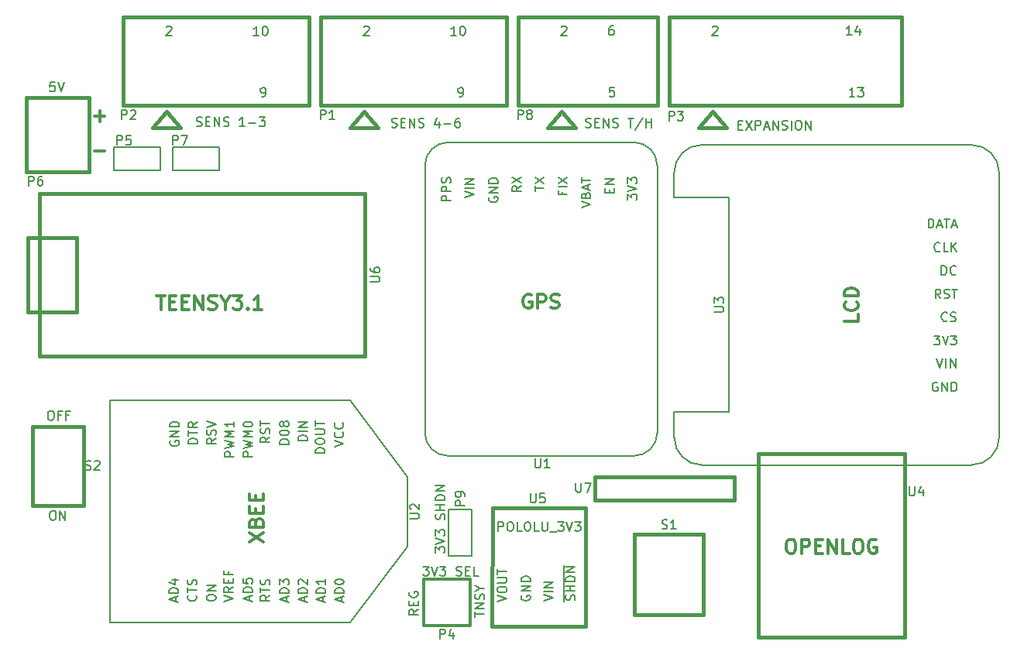
<source format=gto>
G04 (created by PCBNEW (2013-jul-07)-stable) date Mon 24 Nov 2014 01:20:38 PM PST*
%MOIN*%
G04 Gerber Fmt 3.4, Leading zero omitted, Abs format*
%FSLAX34Y34*%
G01*
G70*
G90*
G04 APERTURE LIST*
%ADD10C,0.00590551*%
%ADD11C,0.008*%
%ADD12C,0.012*%
%ADD13C,0.015*%
%ADD14C,0.006*%
G04 APERTURE END LIST*
G54D10*
G54D11*
X11571Y-13411D02*
X11380Y-13411D01*
X11361Y-13602D01*
X11380Y-13583D01*
X11419Y-13564D01*
X11514Y-13564D01*
X11552Y-13583D01*
X11571Y-13602D01*
X11590Y-13640D01*
X11590Y-13735D01*
X11571Y-13773D01*
X11552Y-13792D01*
X11514Y-13811D01*
X11419Y-13811D01*
X11380Y-13792D01*
X11361Y-13773D01*
X11704Y-13411D02*
X11838Y-13811D01*
X11971Y-13411D01*
X29661Y-36435D02*
X29661Y-36207D01*
X30061Y-36321D02*
X29661Y-36321D01*
X30061Y-36073D02*
X29661Y-36073D01*
X30061Y-35845D01*
X29661Y-35845D01*
X30042Y-35673D02*
X30061Y-35616D01*
X30061Y-35521D01*
X30042Y-35483D01*
X30023Y-35464D01*
X29985Y-35445D01*
X29947Y-35445D01*
X29909Y-35464D01*
X29890Y-35483D01*
X29871Y-35521D01*
X29852Y-35597D01*
X29833Y-35635D01*
X29814Y-35654D01*
X29776Y-35673D01*
X29738Y-35673D01*
X29700Y-35654D01*
X29680Y-35635D01*
X29661Y-35597D01*
X29661Y-35502D01*
X29680Y-35445D01*
X29871Y-35197D02*
X30061Y-35197D01*
X29661Y-35330D02*
X29871Y-35197D01*
X29661Y-35064D01*
X27211Y-36107D02*
X27021Y-36240D01*
X27211Y-36335D02*
X26811Y-36335D01*
X26811Y-36183D01*
X26830Y-36145D01*
X26850Y-36126D01*
X26888Y-36107D01*
X26945Y-36107D01*
X26983Y-36126D01*
X27002Y-36145D01*
X27021Y-36183D01*
X27021Y-36335D01*
X27002Y-35935D02*
X27002Y-35802D01*
X27211Y-35745D02*
X27211Y-35935D01*
X26811Y-35935D01*
X26811Y-35745D01*
X26830Y-35364D02*
X26811Y-35402D01*
X26811Y-35459D01*
X26830Y-35516D01*
X26869Y-35554D01*
X26907Y-35573D01*
X26983Y-35592D01*
X27040Y-35592D01*
X27116Y-35573D01*
X27154Y-35554D01*
X27192Y-35516D01*
X27211Y-35459D01*
X27211Y-35421D01*
X27192Y-35364D01*
X27173Y-35345D01*
X27040Y-35345D01*
X27040Y-35421D01*
X27419Y-34261D02*
X27666Y-34261D01*
X27533Y-34414D01*
X27590Y-34414D01*
X27628Y-34433D01*
X27647Y-34452D01*
X27666Y-34490D01*
X27666Y-34585D01*
X27647Y-34623D01*
X27628Y-34642D01*
X27590Y-34661D01*
X27476Y-34661D01*
X27438Y-34642D01*
X27419Y-34623D01*
X27780Y-34261D02*
X27914Y-34661D01*
X28047Y-34261D01*
X28142Y-34261D02*
X28390Y-34261D01*
X28257Y-34414D01*
X28314Y-34414D01*
X28352Y-34433D01*
X28371Y-34452D01*
X28390Y-34490D01*
X28390Y-34585D01*
X28371Y-34623D01*
X28352Y-34642D01*
X28314Y-34661D01*
X28200Y-34661D01*
X28161Y-34642D01*
X28142Y-34623D01*
X28847Y-34642D02*
X28904Y-34661D01*
X29000Y-34661D01*
X29038Y-34642D01*
X29057Y-34623D01*
X29076Y-34585D01*
X29076Y-34547D01*
X29057Y-34509D01*
X29038Y-34490D01*
X29000Y-34471D01*
X28923Y-34452D01*
X28885Y-34433D01*
X28866Y-34414D01*
X28847Y-34376D01*
X28847Y-34338D01*
X28866Y-34300D01*
X28885Y-34280D01*
X28923Y-34261D01*
X29019Y-34261D01*
X29076Y-34280D01*
X29247Y-34452D02*
X29380Y-34452D01*
X29438Y-34661D02*
X29247Y-34661D01*
X29247Y-34261D01*
X29438Y-34261D01*
X29800Y-34661D02*
X29609Y-34661D01*
X29609Y-34261D01*
X27961Y-33657D02*
X27961Y-33409D01*
X28114Y-33542D01*
X28114Y-33485D01*
X28133Y-33447D01*
X28152Y-33428D01*
X28190Y-33409D01*
X28285Y-33409D01*
X28323Y-33428D01*
X28342Y-33447D01*
X28361Y-33485D01*
X28361Y-33599D01*
X28342Y-33638D01*
X28323Y-33657D01*
X27961Y-33295D02*
X28361Y-33161D01*
X27961Y-33028D01*
X27961Y-32933D02*
X27961Y-32685D01*
X28114Y-32819D01*
X28114Y-32761D01*
X28133Y-32723D01*
X28152Y-32704D01*
X28190Y-32685D01*
X28285Y-32685D01*
X28323Y-32704D01*
X28342Y-32723D01*
X28361Y-32761D01*
X28361Y-32876D01*
X28342Y-32914D01*
X28323Y-32933D01*
X28342Y-32228D02*
X28361Y-32171D01*
X28361Y-32076D01*
X28342Y-32038D01*
X28323Y-32019D01*
X28285Y-32000D01*
X28247Y-32000D01*
X28209Y-32019D01*
X28190Y-32038D01*
X28171Y-32076D01*
X28152Y-32152D01*
X28133Y-32190D01*
X28114Y-32209D01*
X28076Y-32228D01*
X28038Y-32228D01*
X28000Y-32209D01*
X27980Y-32190D01*
X27961Y-32152D01*
X27961Y-32057D01*
X27980Y-32000D01*
X28361Y-31828D02*
X27961Y-31828D01*
X28152Y-31828D02*
X28152Y-31600D01*
X28361Y-31600D02*
X27961Y-31600D01*
X28361Y-31409D02*
X27961Y-31409D01*
X27961Y-31314D01*
X27980Y-31257D01*
X28019Y-31219D01*
X28057Y-31200D01*
X28133Y-31180D01*
X28190Y-31180D01*
X28266Y-31200D01*
X28304Y-31219D01*
X28342Y-31257D01*
X28361Y-31314D01*
X28361Y-31409D01*
X28361Y-31009D02*
X27961Y-31009D01*
X28361Y-30780D01*
X27961Y-30780D01*
G54D12*
X13271Y-16364D02*
X13728Y-16364D01*
X13271Y-14864D02*
X13728Y-14864D01*
X13500Y-15092D02*
X13500Y-14635D01*
G54D11*
X40988Y-15252D02*
X41121Y-15252D01*
X41178Y-15461D02*
X40988Y-15461D01*
X40988Y-15061D01*
X41178Y-15061D01*
X41311Y-15061D02*
X41578Y-15461D01*
X41578Y-15061D02*
X41311Y-15461D01*
X41730Y-15461D02*
X41730Y-15061D01*
X41883Y-15061D01*
X41921Y-15080D01*
X41940Y-15100D01*
X41959Y-15138D01*
X41959Y-15195D01*
X41940Y-15233D01*
X41921Y-15252D01*
X41883Y-15271D01*
X41730Y-15271D01*
X42111Y-15347D02*
X42302Y-15347D01*
X42073Y-15461D02*
X42207Y-15061D01*
X42340Y-15461D01*
X42473Y-15461D02*
X42473Y-15061D01*
X42702Y-15461D01*
X42702Y-15061D01*
X42873Y-15442D02*
X42930Y-15461D01*
X43026Y-15461D01*
X43064Y-15442D01*
X43083Y-15423D01*
X43102Y-15385D01*
X43102Y-15347D01*
X43083Y-15309D01*
X43064Y-15290D01*
X43026Y-15271D01*
X42950Y-15252D01*
X42911Y-15233D01*
X42892Y-15214D01*
X42873Y-15176D01*
X42873Y-15138D01*
X42892Y-15100D01*
X42911Y-15080D01*
X42950Y-15061D01*
X43045Y-15061D01*
X43102Y-15080D01*
X43273Y-15461D02*
X43273Y-15061D01*
X43540Y-15061D02*
X43616Y-15061D01*
X43654Y-15080D01*
X43692Y-15119D01*
X43711Y-15195D01*
X43711Y-15328D01*
X43692Y-15404D01*
X43654Y-15442D01*
X43616Y-15461D01*
X43540Y-15461D01*
X43502Y-15442D01*
X43464Y-15404D01*
X43445Y-15328D01*
X43445Y-15195D01*
X43464Y-15119D01*
X43502Y-15080D01*
X43540Y-15061D01*
X43883Y-15461D02*
X43883Y-15061D01*
X44111Y-15461D01*
X44111Y-15061D01*
X34430Y-15342D02*
X34488Y-15361D01*
X34583Y-15361D01*
X34621Y-15342D01*
X34640Y-15323D01*
X34659Y-15285D01*
X34659Y-15247D01*
X34640Y-15209D01*
X34621Y-15190D01*
X34583Y-15171D01*
X34507Y-15152D01*
X34469Y-15133D01*
X34450Y-15114D01*
X34430Y-15076D01*
X34430Y-15038D01*
X34450Y-15000D01*
X34469Y-14980D01*
X34507Y-14961D01*
X34602Y-14961D01*
X34659Y-14980D01*
X34830Y-15152D02*
X34964Y-15152D01*
X35021Y-15361D02*
X34830Y-15361D01*
X34830Y-14961D01*
X35021Y-14961D01*
X35192Y-15361D02*
X35192Y-14961D01*
X35421Y-15361D01*
X35421Y-14961D01*
X35592Y-15342D02*
X35650Y-15361D01*
X35745Y-15361D01*
X35783Y-15342D01*
X35802Y-15323D01*
X35821Y-15285D01*
X35821Y-15247D01*
X35802Y-15209D01*
X35783Y-15190D01*
X35745Y-15171D01*
X35669Y-15152D01*
X35630Y-15133D01*
X35611Y-15114D01*
X35592Y-15076D01*
X35592Y-15038D01*
X35611Y-15000D01*
X35630Y-14980D01*
X35669Y-14961D01*
X35764Y-14961D01*
X35821Y-14980D01*
X36240Y-14961D02*
X36469Y-14961D01*
X36354Y-15361D02*
X36354Y-14961D01*
X36888Y-14942D02*
X36545Y-15457D01*
X37021Y-15361D02*
X37021Y-14961D01*
X37021Y-15152D02*
X37250Y-15152D01*
X37250Y-15361D02*
X37250Y-14961D01*
X26073Y-15342D02*
X26130Y-15361D01*
X26226Y-15361D01*
X26264Y-15342D01*
X26283Y-15323D01*
X26302Y-15285D01*
X26302Y-15247D01*
X26283Y-15209D01*
X26264Y-15190D01*
X26226Y-15171D01*
X26150Y-15152D01*
X26111Y-15133D01*
X26092Y-15114D01*
X26073Y-15076D01*
X26073Y-15038D01*
X26092Y-15000D01*
X26111Y-14980D01*
X26150Y-14961D01*
X26245Y-14961D01*
X26302Y-14980D01*
X26473Y-15152D02*
X26607Y-15152D01*
X26664Y-15361D02*
X26473Y-15361D01*
X26473Y-14961D01*
X26664Y-14961D01*
X26835Y-15361D02*
X26835Y-14961D01*
X27064Y-15361D01*
X27064Y-14961D01*
X27235Y-15342D02*
X27292Y-15361D01*
X27388Y-15361D01*
X27426Y-15342D01*
X27445Y-15323D01*
X27464Y-15285D01*
X27464Y-15247D01*
X27445Y-15209D01*
X27426Y-15190D01*
X27388Y-15171D01*
X27311Y-15152D01*
X27273Y-15133D01*
X27254Y-15114D01*
X27235Y-15076D01*
X27235Y-15038D01*
X27254Y-15000D01*
X27273Y-14980D01*
X27311Y-14961D01*
X27407Y-14961D01*
X27464Y-14980D01*
X28111Y-15095D02*
X28111Y-15361D01*
X28016Y-14942D02*
X27921Y-15228D01*
X28169Y-15228D01*
X28321Y-15209D02*
X28626Y-15209D01*
X28988Y-14961D02*
X28911Y-14961D01*
X28873Y-14980D01*
X28854Y-15000D01*
X28816Y-15057D01*
X28797Y-15133D01*
X28797Y-15285D01*
X28816Y-15323D01*
X28835Y-15342D01*
X28873Y-15361D01*
X28950Y-15361D01*
X28988Y-15342D01*
X29007Y-15323D01*
X29026Y-15285D01*
X29026Y-15190D01*
X29007Y-15152D01*
X28988Y-15133D01*
X28950Y-15114D01*
X28873Y-15114D01*
X28835Y-15133D01*
X28816Y-15152D01*
X28797Y-15190D01*
X17673Y-15292D02*
X17730Y-15311D01*
X17826Y-15311D01*
X17864Y-15292D01*
X17883Y-15273D01*
X17902Y-15235D01*
X17902Y-15197D01*
X17883Y-15159D01*
X17864Y-15140D01*
X17826Y-15121D01*
X17750Y-15102D01*
X17711Y-15083D01*
X17692Y-15064D01*
X17673Y-15026D01*
X17673Y-14988D01*
X17692Y-14950D01*
X17711Y-14930D01*
X17750Y-14911D01*
X17845Y-14911D01*
X17902Y-14930D01*
X18073Y-15102D02*
X18207Y-15102D01*
X18264Y-15311D02*
X18073Y-15311D01*
X18073Y-14911D01*
X18264Y-14911D01*
X18435Y-15311D02*
X18435Y-14911D01*
X18664Y-15311D01*
X18664Y-14911D01*
X18835Y-15292D02*
X18892Y-15311D01*
X18988Y-15311D01*
X19026Y-15292D01*
X19045Y-15273D01*
X19064Y-15235D01*
X19064Y-15197D01*
X19045Y-15159D01*
X19026Y-15140D01*
X18988Y-15121D01*
X18911Y-15102D01*
X18873Y-15083D01*
X18854Y-15064D01*
X18835Y-15026D01*
X18835Y-14988D01*
X18854Y-14950D01*
X18873Y-14930D01*
X18911Y-14911D01*
X19007Y-14911D01*
X19064Y-14930D01*
X19750Y-15311D02*
X19521Y-15311D01*
X19635Y-15311D02*
X19635Y-14911D01*
X19597Y-14969D01*
X19559Y-15007D01*
X19521Y-15026D01*
X19921Y-15159D02*
X20226Y-15159D01*
X20378Y-14911D02*
X20626Y-14911D01*
X20492Y-15064D01*
X20550Y-15064D01*
X20588Y-15083D01*
X20607Y-15102D01*
X20626Y-15140D01*
X20626Y-15235D01*
X20607Y-15273D01*
X20588Y-15292D01*
X20550Y-15311D01*
X20435Y-15311D01*
X20397Y-15292D01*
X20378Y-15273D01*
X11369Y-27561D02*
X11445Y-27561D01*
X11483Y-27580D01*
X11521Y-27619D01*
X11540Y-27695D01*
X11540Y-27828D01*
X11521Y-27904D01*
X11483Y-27942D01*
X11445Y-27961D01*
X11369Y-27961D01*
X11330Y-27942D01*
X11292Y-27904D01*
X11273Y-27828D01*
X11273Y-27695D01*
X11292Y-27619D01*
X11330Y-27580D01*
X11369Y-27561D01*
X11845Y-27752D02*
X11711Y-27752D01*
X11711Y-27961D02*
X11711Y-27561D01*
X11902Y-27561D01*
X12188Y-27752D02*
X12054Y-27752D01*
X12054Y-27961D02*
X12054Y-27561D01*
X12245Y-27561D01*
X11452Y-31861D02*
X11528Y-31861D01*
X11566Y-31880D01*
X11604Y-31919D01*
X11623Y-31995D01*
X11623Y-32128D01*
X11604Y-32204D01*
X11566Y-32242D01*
X11528Y-32261D01*
X11452Y-32261D01*
X11414Y-32242D01*
X11376Y-32204D01*
X11357Y-32128D01*
X11357Y-31995D01*
X11376Y-31919D01*
X11414Y-31880D01*
X11452Y-31861D01*
X11795Y-32261D02*
X11795Y-31861D01*
X12023Y-32261D01*
X12023Y-31861D01*
G54D10*
X26747Y-33396D02*
X24287Y-36683D01*
X24287Y-27116D02*
X26747Y-30403D01*
X26747Y-30403D02*
X26747Y-33396D01*
X13952Y-27116D02*
X24287Y-27116D01*
X13952Y-27116D02*
X13952Y-36683D01*
X13952Y-36683D02*
X24287Y-36683D01*
G54D13*
X10900Y-23300D02*
X12500Y-23300D01*
X12500Y-23300D02*
X12500Y-20100D01*
X12500Y-20100D02*
X10900Y-20100D01*
X10900Y-20100D02*
X10400Y-20100D01*
X10400Y-20100D02*
X10400Y-23300D01*
X10400Y-23300D02*
X10900Y-23300D01*
X10900Y-25200D02*
X24900Y-25200D01*
X24900Y-25200D02*
X24900Y-18200D01*
X24900Y-18200D02*
X10900Y-18200D01*
X10900Y-18200D02*
X10900Y-25200D01*
X34800Y-30400D02*
X34800Y-31400D01*
X34800Y-31400D02*
X40800Y-31400D01*
X40800Y-31400D02*
X40800Y-30400D01*
X40800Y-30400D02*
X34800Y-30400D01*
X34400Y-36850D02*
X34400Y-31750D01*
X30380Y-36850D02*
X30400Y-31750D01*
X34400Y-36850D02*
X30400Y-36850D01*
X34400Y-31750D02*
X30400Y-31750D01*
G54D12*
X29450Y-36800D02*
X27450Y-36800D01*
X27450Y-36800D02*
X27450Y-34800D01*
X27450Y-34800D02*
X29450Y-34800D01*
X29450Y-34800D02*
X29450Y-36800D01*
G54D14*
X16640Y-17200D02*
X16640Y-16200D01*
X16640Y-16200D02*
X18640Y-16200D01*
X18640Y-16200D02*
X18640Y-17200D01*
X18640Y-17200D02*
X16640Y-17200D01*
X16100Y-16200D02*
X16100Y-17200D01*
X16100Y-17200D02*
X14100Y-17200D01*
X14100Y-17200D02*
X14100Y-16200D01*
X14100Y-16200D02*
X16100Y-16200D01*
X28500Y-31800D02*
X29500Y-31800D01*
X29500Y-31800D02*
X29500Y-33800D01*
X29500Y-33800D02*
X28500Y-33800D01*
X28500Y-33800D02*
X28500Y-31800D01*
G54D13*
X41850Y-29400D02*
X48150Y-29400D01*
X41850Y-37300D02*
X48150Y-37300D01*
X48150Y-29400D02*
X48150Y-37250D01*
X48150Y-37250D02*
X48150Y-37300D01*
X41850Y-29400D02*
X41850Y-37300D01*
X39476Y-36324D02*
X39476Y-32879D01*
X36523Y-32879D02*
X36523Y-36324D01*
X36523Y-36324D02*
X39476Y-36324D01*
X36523Y-32879D02*
X39476Y-32879D01*
X11700Y-31650D02*
X12800Y-31650D01*
X12800Y-31650D02*
X12800Y-28250D01*
X12800Y-28250D02*
X10600Y-28250D01*
X10600Y-28250D02*
X10600Y-31650D01*
X10600Y-31650D02*
X11700Y-31650D01*
G54D10*
X28500Y-16000D02*
G75*
G03X27500Y-17000I0J-1000D01*
G74*
G01*
X37500Y-17000D02*
G75*
G03X36500Y-16000I-1000J0D01*
G74*
G01*
X27500Y-28500D02*
G75*
G03X28500Y-29500I1000J0D01*
G74*
G01*
X36500Y-29500D02*
G75*
G03X37500Y-28500I0J1000D01*
G74*
G01*
X36500Y-16000D02*
X28500Y-16000D01*
X36500Y-29500D02*
X28500Y-29500D01*
X27500Y-28500D02*
X27500Y-17000D01*
X37500Y-28500D02*
X37500Y-17000D01*
X40590Y-18380D02*
X40590Y-27620D01*
X38230Y-27620D02*
X40590Y-27620D01*
X38230Y-18380D02*
X40590Y-18380D01*
X39410Y-16110D02*
G75*
G03X38230Y-17290I0J-1180D01*
G74*
G01*
X38230Y-28710D02*
G75*
G03X39410Y-29890I1180J0D01*
G74*
G01*
X38230Y-28710D02*
X38230Y-27620D01*
X38230Y-17290D02*
X38230Y-18380D01*
X51030Y-29890D02*
G75*
G03X52210Y-28710I0J1180D01*
G74*
G01*
X52210Y-17290D02*
G75*
G03X51030Y-16110I-1180J0D01*
G74*
G01*
X52210Y-17290D02*
X52210Y-28710D01*
X51030Y-29890D02*
X39410Y-29890D01*
X51030Y-16110D02*
X39410Y-16110D01*
G54D13*
X48000Y-10600D02*
X46000Y-10600D01*
X48000Y-14400D02*
X46000Y-14400D01*
X48000Y-12500D02*
X48000Y-14400D01*
X48000Y-12500D02*
X48000Y-10600D01*
X38000Y-10600D02*
X46000Y-10600D01*
X46000Y-14400D02*
X38000Y-14400D01*
X38000Y-14400D02*
X38000Y-10600D01*
X39283Y-15374D02*
X40465Y-15374D01*
X39888Y-14661D02*
X39288Y-15361D01*
X40488Y-15360D02*
X39888Y-14660D01*
X14500Y-10600D02*
X22500Y-10600D01*
X22500Y-10600D02*
X22500Y-14400D01*
X22500Y-14400D02*
X14500Y-14400D01*
X14500Y-14400D02*
X14500Y-10600D01*
X15783Y-15374D02*
X16965Y-15374D01*
X16388Y-14661D02*
X15788Y-15361D01*
X16988Y-15360D02*
X16388Y-14660D01*
X23000Y-10600D02*
X31000Y-10600D01*
X31000Y-10600D02*
X31000Y-14400D01*
X31000Y-14400D02*
X23000Y-14400D01*
X23000Y-14400D02*
X23000Y-10600D01*
X24283Y-15374D02*
X25465Y-15374D01*
X24888Y-14661D02*
X24288Y-15361D01*
X25488Y-15360D02*
X24888Y-14660D01*
X31500Y-14400D02*
X37500Y-14400D01*
X31500Y-10600D02*
X37500Y-10600D01*
X37500Y-10600D02*
X37500Y-14400D01*
X31500Y-14400D02*
X31500Y-10600D01*
X32783Y-15374D02*
X33965Y-15374D01*
X33388Y-14661D02*
X32788Y-15361D01*
X33988Y-15360D02*
X33388Y-14660D01*
X13040Y-14080D02*
X10340Y-14080D01*
X10340Y-14080D02*
X10340Y-17280D01*
X10340Y-17280D02*
X13040Y-17280D01*
X13040Y-17280D02*
X13040Y-14080D01*
G54D11*
X26861Y-32204D02*
X27185Y-32204D01*
X27223Y-32185D01*
X27242Y-32166D01*
X27261Y-32128D01*
X27261Y-32052D01*
X27242Y-32014D01*
X27223Y-31995D01*
X27185Y-31976D01*
X26861Y-31976D01*
X26900Y-31804D02*
X26880Y-31785D01*
X26861Y-31747D01*
X26861Y-31652D01*
X26880Y-31614D01*
X26900Y-31595D01*
X26938Y-31576D01*
X26976Y-31576D01*
X27033Y-31595D01*
X27261Y-31823D01*
X27261Y-31576D01*
G54D12*
X19942Y-33192D02*
X20542Y-32792D01*
X19942Y-32792D02*
X20542Y-33192D01*
X20228Y-32364D02*
X20257Y-32278D01*
X20285Y-32249D01*
X20342Y-32221D01*
X20428Y-32221D01*
X20485Y-32249D01*
X20514Y-32278D01*
X20542Y-32335D01*
X20542Y-32564D01*
X19942Y-32564D01*
X19942Y-32364D01*
X19971Y-32307D01*
X20000Y-32278D01*
X20057Y-32249D01*
X20114Y-32249D01*
X20171Y-32278D01*
X20200Y-32307D01*
X20228Y-32364D01*
X20228Y-32564D01*
X20228Y-31964D02*
X20228Y-31764D01*
X20542Y-31678D02*
X20542Y-31964D01*
X19942Y-31964D01*
X19942Y-31678D01*
X20228Y-31421D02*
X20228Y-31221D01*
X20542Y-31135D02*
X20542Y-31421D01*
X19942Y-31421D01*
X19942Y-31135D01*
G54D10*
X16774Y-35763D02*
X16774Y-35576D01*
X16887Y-35801D02*
X16493Y-35670D01*
X16887Y-35538D01*
X16887Y-35407D02*
X16493Y-35407D01*
X16493Y-35313D01*
X16512Y-35257D01*
X16549Y-35220D01*
X16587Y-35201D01*
X16662Y-35182D01*
X16718Y-35182D01*
X16793Y-35201D01*
X16831Y-35220D01*
X16868Y-35257D01*
X16887Y-35313D01*
X16887Y-35407D01*
X16624Y-34845D02*
X16887Y-34845D01*
X16474Y-34938D02*
X16756Y-35032D01*
X16756Y-34789D01*
X17637Y-35501D02*
X17655Y-35520D01*
X17674Y-35576D01*
X17674Y-35613D01*
X17655Y-35670D01*
X17618Y-35707D01*
X17580Y-35726D01*
X17505Y-35745D01*
X17449Y-35745D01*
X17374Y-35726D01*
X17337Y-35707D01*
X17299Y-35670D01*
X17281Y-35613D01*
X17281Y-35576D01*
X17299Y-35520D01*
X17318Y-35501D01*
X17281Y-35388D02*
X17281Y-35163D01*
X17674Y-35276D02*
X17281Y-35276D01*
X17655Y-35051D02*
X17674Y-34995D01*
X17674Y-34901D01*
X17655Y-34864D01*
X17637Y-34845D01*
X17599Y-34826D01*
X17562Y-34826D01*
X17524Y-34845D01*
X17505Y-34864D01*
X17487Y-34901D01*
X17468Y-34976D01*
X17449Y-35013D01*
X17430Y-35032D01*
X17393Y-35051D01*
X17355Y-35051D01*
X17318Y-35032D01*
X17299Y-35013D01*
X17281Y-34976D01*
X17281Y-34882D01*
X17299Y-34826D01*
X18107Y-35647D02*
X18107Y-35572D01*
X18126Y-35535D01*
X18164Y-35497D01*
X18239Y-35478D01*
X18370Y-35478D01*
X18445Y-35497D01*
X18482Y-35535D01*
X18501Y-35572D01*
X18501Y-35647D01*
X18482Y-35685D01*
X18445Y-35722D01*
X18370Y-35741D01*
X18239Y-35741D01*
X18164Y-35722D01*
X18126Y-35685D01*
X18107Y-35647D01*
X18501Y-35310D02*
X18107Y-35310D01*
X18501Y-35085D01*
X18107Y-35085D01*
X18855Y-35763D02*
X19249Y-35632D01*
X18855Y-35501D01*
X19249Y-35145D02*
X19062Y-35276D01*
X19249Y-35370D02*
X18855Y-35370D01*
X18855Y-35220D01*
X18874Y-35182D01*
X18893Y-35163D01*
X18930Y-35145D01*
X18987Y-35145D01*
X19024Y-35163D01*
X19043Y-35182D01*
X19062Y-35220D01*
X19062Y-35370D01*
X19043Y-34976D02*
X19043Y-34845D01*
X19249Y-34789D02*
X19249Y-34976D01*
X18855Y-34976D01*
X18855Y-34789D01*
X19043Y-34489D02*
X19043Y-34620D01*
X19249Y-34620D02*
X18855Y-34620D01*
X18855Y-34432D01*
X19963Y-35724D02*
X19963Y-35537D01*
X20076Y-35762D02*
X19682Y-35630D01*
X20076Y-35499D01*
X20076Y-35368D02*
X19682Y-35368D01*
X19682Y-35274D01*
X19701Y-35218D01*
X19738Y-35180D01*
X19776Y-35162D01*
X19851Y-35143D01*
X19907Y-35143D01*
X19982Y-35162D01*
X20020Y-35180D01*
X20057Y-35218D01*
X20076Y-35274D01*
X20076Y-35368D01*
X19682Y-34787D02*
X19682Y-34974D01*
X19870Y-34993D01*
X19851Y-34974D01*
X19832Y-34937D01*
X19832Y-34843D01*
X19851Y-34805D01*
X19870Y-34787D01*
X19907Y-34768D01*
X20001Y-34768D01*
X20038Y-34787D01*
X20057Y-34805D01*
X20076Y-34843D01*
X20076Y-34937D01*
X20057Y-34974D01*
X20038Y-34993D01*
X20824Y-35501D02*
X20636Y-35632D01*
X20824Y-35726D02*
X20430Y-35726D01*
X20430Y-35576D01*
X20449Y-35538D01*
X20468Y-35520D01*
X20505Y-35501D01*
X20561Y-35501D01*
X20599Y-35520D01*
X20618Y-35538D01*
X20636Y-35576D01*
X20636Y-35726D01*
X20430Y-35388D02*
X20430Y-35163D01*
X20824Y-35276D02*
X20430Y-35276D01*
X20805Y-35051D02*
X20824Y-34995D01*
X20824Y-34901D01*
X20805Y-34864D01*
X20786Y-34845D01*
X20749Y-34826D01*
X20711Y-34826D01*
X20674Y-34845D01*
X20655Y-34864D01*
X20636Y-34901D01*
X20618Y-34976D01*
X20599Y-35013D01*
X20580Y-35032D01*
X20543Y-35051D01*
X20505Y-35051D01*
X20468Y-35032D01*
X20449Y-35013D01*
X20430Y-34976D01*
X20430Y-34882D01*
X20449Y-34826D01*
X21538Y-35763D02*
X21538Y-35576D01*
X21651Y-35801D02*
X21257Y-35670D01*
X21651Y-35538D01*
X21651Y-35407D02*
X21257Y-35407D01*
X21257Y-35313D01*
X21276Y-35257D01*
X21313Y-35220D01*
X21351Y-35201D01*
X21426Y-35182D01*
X21482Y-35182D01*
X21557Y-35201D01*
X21594Y-35220D01*
X21632Y-35257D01*
X21651Y-35313D01*
X21651Y-35407D01*
X21257Y-35051D02*
X21257Y-34807D01*
X21407Y-34938D01*
X21407Y-34882D01*
X21426Y-34845D01*
X21444Y-34826D01*
X21482Y-34807D01*
X21576Y-34807D01*
X21613Y-34826D01*
X21632Y-34845D01*
X21651Y-34882D01*
X21651Y-34995D01*
X21632Y-35032D01*
X21613Y-35051D01*
X22326Y-35763D02*
X22326Y-35576D01*
X22438Y-35801D02*
X22044Y-35670D01*
X22438Y-35538D01*
X22438Y-35407D02*
X22044Y-35407D01*
X22044Y-35313D01*
X22063Y-35257D01*
X22101Y-35220D01*
X22138Y-35201D01*
X22213Y-35182D01*
X22269Y-35182D01*
X22344Y-35201D01*
X22382Y-35220D01*
X22419Y-35257D01*
X22438Y-35313D01*
X22438Y-35407D01*
X22082Y-35032D02*
X22063Y-35013D01*
X22044Y-34976D01*
X22044Y-34882D01*
X22063Y-34845D01*
X22082Y-34826D01*
X22119Y-34807D01*
X22157Y-34807D01*
X22213Y-34826D01*
X22438Y-35051D01*
X22438Y-34807D01*
X23113Y-35763D02*
X23113Y-35576D01*
X23225Y-35801D02*
X22832Y-35670D01*
X23225Y-35538D01*
X23225Y-35407D02*
X22832Y-35407D01*
X22832Y-35313D01*
X22850Y-35257D01*
X22888Y-35220D01*
X22925Y-35201D01*
X23000Y-35182D01*
X23057Y-35182D01*
X23132Y-35201D01*
X23169Y-35220D01*
X23207Y-35257D01*
X23225Y-35313D01*
X23225Y-35407D01*
X23225Y-34807D02*
X23225Y-35032D01*
X23225Y-34920D02*
X22832Y-34920D01*
X22888Y-34957D01*
X22925Y-34995D01*
X22944Y-35032D01*
X23900Y-35763D02*
X23900Y-35576D01*
X24013Y-35801D02*
X23619Y-35670D01*
X24013Y-35538D01*
X24013Y-35407D02*
X23619Y-35407D01*
X23619Y-35313D01*
X23638Y-35257D01*
X23675Y-35220D01*
X23713Y-35201D01*
X23788Y-35182D01*
X23844Y-35182D01*
X23919Y-35201D01*
X23957Y-35220D01*
X23994Y-35257D01*
X24013Y-35313D01*
X24013Y-35407D01*
X23619Y-34938D02*
X23619Y-34901D01*
X23638Y-34864D01*
X23657Y-34845D01*
X23694Y-34826D01*
X23769Y-34807D01*
X23863Y-34807D01*
X23938Y-34826D01*
X23975Y-34845D01*
X23994Y-34864D01*
X24013Y-34901D01*
X24013Y-34938D01*
X23994Y-34976D01*
X23975Y-34995D01*
X23938Y-35013D01*
X23863Y-35032D01*
X23769Y-35032D01*
X23694Y-35013D01*
X23657Y-34995D01*
X23638Y-34976D01*
X23619Y-34938D01*
X16551Y-28853D02*
X16532Y-28891D01*
X16532Y-28947D01*
X16551Y-29003D01*
X16589Y-29040D01*
X16626Y-29059D01*
X16701Y-29078D01*
X16757Y-29078D01*
X16832Y-29059D01*
X16870Y-29040D01*
X16907Y-29003D01*
X16926Y-28947D01*
X16926Y-28909D01*
X16907Y-28853D01*
X16889Y-28834D01*
X16757Y-28834D01*
X16757Y-28909D01*
X16926Y-28666D02*
X16532Y-28666D01*
X16926Y-28441D01*
X16532Y-28441D01*
X16926Y-28253D02*
X16532Y-28253D01*
X16532Y-28159D01*
X16551Y-28103D01*
X16589Y-28066D01*
X16626Y-28047D01*
X16701Y-28028D01*
X16757Y-28028D01*
X16832Y-28047D01*
X16870Y-28066D01*
X16907Y-28103D01*
X16926Y-28159D01*
X16926Y-28253D01*
X17714Y-28964D02*
X17320Y-28964D01*
X17320Y-28870D01*
X17339Y-28814D01*
X17376Y-28776D01*
X17414Y-28757D01*
X17489Y-28739D01*
X17545Y-28739D01*
X17620Y-28757D01*
X17657Y-28776D01*
X17695Y-28814D01*
X17714Y-28870D01*
X17714Y-28964D01*
X17320Y-28626D02*
X17320Y-28401D01*
X17714Y-28514D02*
X17320Y-28514D01*
X17714Y-28045D02*
X17526Y-28176D01*
X17714Y-28270D02*
X17320Y-28270D01*
X17320Y-28120D01*
X17339Y-28082D01*
X17357Y-28064D01*
X17395Y-28045D01*
X17451Y-28045D01*
X17489Y-28064D01*
X17507Y-28082D01*
X17526Y-28120D01*
X17526Y-28270D01*
X18501Y-28748D02*
X18314Y-28879D01*
X18501Y-28973D02*
X18107Y-28973D01*
X18107Y-28823D01*
X18126Y-28786D01*
X18145Y-28767D01*
X18182Y-28748D01*
X18239Y-28748D01*
X18276Y-28767D01*
X18295Y-28786D01*
X18314Y-28823D01*
X18314Y-28973D01*
X18482Y-28598D02*
X18501Y-28542D01*
X18501Y-28448D01*
X18482Y-28411D01*
X18463Y-28392D01*
X18426Y-28373D01*
X18388Y-28373D01*
X18351Y-28392D01*
X18332Y-28411D01*
X18314Y-28448D01*
X18295Y-28523D01*
X18276Y-28561D01*
X18257Y-28579D01*
X18220Y-28598D01*
X18182Y-28598D01*
X18145Y-28579D01*
X18126Y-28561D01*
X18107Y-28523D01*
X18107Y-28429D01*
X18126Y-28373D01*
X18107Y-28261D02*
X18501Y-28129D01*
X18107Y-27998D01*
X19288Y-29530D02*
X18895Y-29530D01*
X18895Y-29380D01*
X18913Y-29342D01*
X18932Y-29324D01*
X18970Y-29305D01*
X19026Y-29305D01*
X19063Y-29324D01*
X19082Y-29342D01*
X19101Y-29380D01*
X19101Y-29530D01*
X18895Y-29174D02*
X19288Y-29080D01*
X19007Y-29005D01*
X19288Y-28930D01*
X18895Y-28836D01*
X19288Y-28686D02*
X18895Y-28686D01*
X19176Y-28555D01*
X18895Y-28424D01*
X19288Y-28424D01*
X19288Y-28030D02*
X19288Y-28255D01*
X19288Y-28142D02*
X18895Y-28142D01*
X18951Y-28180D01*
X18988Y-28217D01*
X19007Y-28255D01*
X20076Y-29530D02*
X19682Y-29530D01*
X19682Y-29380D01*
X19701Y-29342D01*
X19720Y-29324D01*
X19757Y-29305D01*
X19813Y-29305D01*
X19851Y-29324D01*
X19870Y-29342D01*
X19888Y-29380D01*
X19888Y-29530D01*
X19682Y-29174D02*
X20076Y-29080D01*
X19795Y-29005D01*
X20076Y-28930D01*
X19682Y-28836D01*
X20076Y-28686D02*
X19682Y-28686D01*
X19963Y-28555D01*
X19682Y-28424D01*
X20076Y-28424D01*
X19682Y-28161D02*
X19682Y-28124D01*
X19701Y-28086D01*
X19720Y-28067D01*
X19757Y-28049D01*
X19832Y-28030D01*
X19926Y-28030D01*
X20001Y-28049D01*
X20038Y-28067D01*
X20057Y-28086D01*
X20076Y-28124D01*
X20076Y-28161D01*
X20057Y-28199D01*
X20038Y-28217D01*
X20001Y-28236D01*
X19926Y-28255D01*
X19832Y-28255D01*
X19757Y-28236D01*
X19720Y-28217D01*
X19701Y-28199D01*
X19682Y-28161D01*
X20824Y-28690D02*
X20636Y-28821D01*
X20824Y-28915D02*
X20430Y-28915D01*
X20430Y-28765D01*
X20449Y-28727D01*
X20468Y-28709D01*
X20505Y-28690D01*
X20561Y-28690D01*
X20599Y-28709D01*
X20618Y-28727D01*
X20636Y-28765D01*
X20636Y-28915D01*
X20805Y-28540D02*
X20824Y-28484D01*
X20824Y-28390D01*
X20805Y-28352D01*
X20786Y-28334D01*
X20749Y-28315D01*
X20711Y-28315D01*
X20674Y-28334D01*
X20655Y-28352D01*
X20636Y-28390D01*
X20618Y-28465D01*
X20599Y-28502D01*
X20580Y-28521D01*
X20543Y-28540D01*
X20505Y-28540D01*
X20468Y-28521D01*
X20449Y-28502D01*
X20430Y-28465D01*
X20430Y-28371D01*
X20449Y-28315D01*
X20430Y-28202D02*
X20430Y-27977D01*
X20824Y-28090D02*
X20430Y-28090D01*
X21651Y-28992D02*
X21257Y-28992D01*
X21257Y-28898D01*
X21276Y-28842D01*
X21313Y-28804D01*
X21351Y-28786D01*
X21426Y-28767D01*
X21482Y-28767D01*
X21557Y-28786D01*
X21594Y-28804D01*
X21632Y-28842D01*
X21651Y-28898D01*
X21651Y-28992D01*
X21257Y-28523D02*
X21257Y-28486D01*
X21276Y-28448D01*
X21294Y-28429D01*
X21332Y-28411D01*
X21407Y-28392D01*
X21501Y-28392D01*
X21576Y-28411D01*
X21613Y-28429D01*
X21632Y-28448D01*
X21651Y-28486D01*
X21651Y-28523D01*
X21632Y-28561D01*
X21613Y-28579D01*
X21576Y-28598D01*
X21501Y-28617D01*
X21407Y-28617D01*
X21332Y-28598D01*
X21294Y-28579D01*
X21276Y-28561D01*
X21257Y-28523D01*
X21426Y-28167D02*
X21407Y-28204D01*
X21388Y-28223D01*
X21351Y-28242D01*
X21332Y-28242D01*
X21294Y-28223D01*
X21276Y-28204D01*
X21257Y-28167D01*
X21257Y-28092D01*
X21276Y-28054D01*
X21294Y-28036D01*
X21332Y-28017D01*
X21351Y-28017D01*
X21388Y-28036D01*
X21407Y-28054D01*
X21426Y-28092D01*
X21426Y-28167D01*
X21444Y-28204D01*
X21463Y-28223D01*
X21501Y-28242D01*
X21576Y-28242D01*
X21613Y-28223D01*
X21632Y-28204D01*
X21651Y-28167D01*
X21651Y-28092D01*
X21632Y-28054D01*
X21613Y-28036D01*
X21576Y-28017D01*
X21501Y-28017D01*
X21463Y-28036D01*
X21444Y-28054D01*
X21426Y-28092D01*
X22438Y-28838D02*
X22044Y-28838D01*
X22044Y-28744D01*
X22063Y-28688D01*
X22101Y-28651D01*
X22138Y-28632D01*
X22213Y-28613D01*
X22269Y-28613D01*
X22344Y-28632D01*
X22382Y-28651D01*
X22419Y-28688D01*
X22438Y-28744D01*
X22438Y-28838D01*
X22438Y-28444D02*
X22044Y-28444D01*
X22438Y-28257D02*
X22044Y-28257D01*
X22438Y-28032D01*
X22044Y-28032D01*
X23186Y-29376D02*
X22792Y-29376D01*
X22792Y-29282D01*
X22811Y-29226D01*
X22849Y-29189D01*
X22886Y-29170D01*
X22961Y-29151D01*
X23017Y-29151D01*
X23092Y-29170D01*
X23130Y-29189D01*
X23167Y-29226D01*
X23186Y-29282D01*
X23186Y-29376D01*
X22792Y-28907D02*
X22792Y-28832D01*
X22811Y-28795D01*
X22849Y-28757D01*
X22924Y-28739D01*
X23055Y-28739D01*
X23130Y-28757D01*
X23167Y-28795D01*
X23186Y-28832D01*
X23186Y-28907D01*
X23167Y-28945D01*
X23130Y-28982D01*
X23055Y-29001D01*
X22924Y-29001D01*
X22849Y-28982D01*
X22811Y-28945D01*
X22792Y-28907D01*
X22792Y-28570D02*
X23111Y-28570D01*
X23149Y-28551D01*
X23167Y-28532D01*
X23186Y-28495D01*
X23186Y-28420D01*
X23167Y-28382D01*
X23149Y-28364D01*
X23111Y-28345D01*
X22792Y-28345D01*
X22792Y-28214D02*
X22792Y-27989D01*
X23186Y-28101D02*
X22792Y-28101D01*
X23599Y-29098D02*
X23993Y-28966D01*
X23599Y-28835D01*
X23956Y-28479D02*
X23974Y-28498D01*
X23993Y-28554D01*
X23993Y-28591D01*
X23974Y-28648D01*
X23937Y-28685D01*
X23899Y-28704D01*
X23824Y-28723D01*
X23768Y-28723D01*
X23693Y-28704D01*
X23656Y-28685D01*
X23618Y-28648D01*
X23599Y-28591D01*
X23599Y-28554D01*
X23618Y-28498D01*
X23637Y-28479D01*
X23956Y-28085D02*
X23974Y-28104D01*
X23993Y-28160D01*
X23993Y-28198D01*
X23974Y-28254D01*
X23937Y-28292D01*
X23899Y-28310D01*
X23824Y-28329D01*
X23768Y-28329D01*
X23693Y-28310D01*
X23656Y-28292D01*
X23618Y-28254D01*
X23599Y-28198D01*
X23599Y-28160D01*
X23618Y-28104D01*
X23637Y-28085D01*
G54D11*
X25161Y-22004D02*
X25485Y-22004D01*
X25523Y-21985D01*
X25542Y-21966D01*
X25561Y-21928D01*
X25561Y-21852D01*
X25542Y-21814D01*
X25523Y-21795D01*
X25485Y-21776D01*
X25161Y-21776D01*
X25161Y-21414D02*
X25161Y-21490D01*
X25180Y-21528D01*
X25200Y-21547D01*
X25257Y-21585D01*
X25333Y-21604D01*
X25485Y-21604D01*
X25523Y-21585D01*
X25542Y-21566D01*
X25561Y-21528D01*
X25561Y-21452D01*
X25542Y-21414D01*
X25523Y-21395D01*
X25485Y-21376D01*
X25390Y-21376D01*
X25352Y-21395D01*
X25333Y-21414D01*
X25314Y-21452D01*
X25314Y-21528D01*
X25333Y-21566D01*
X25352Y-21585D01*
X25390Y-21604D01*
G54D12*
X15964Y-22592D02*
X16307Y-22592D01*
X16135Y-23192D02*
X16135Y-22592D01*
X16507Y-22878D02*
X16707Y-22878D01*
X16792Y-23192D02*
X16507Y-23192D01*
X16507Y-22592D01*
X16792Y-22592D01*
X17050Y-22878D02*
X17250Y-22878D01*
X17335Y-23192D02*
X17050Y-23192D01*
X17050Y-22592D01*
X17335Y-22592D01*
X17592Y-23192D02*
X17592Y-22592D01*
X17935Y-23192D01*
X17935Y-22592D01*
X18192Y-23164D02*
X18278Y-23192D01*
X18421Y-23192D01*
X18478Y-23164D01*
X18507Y-23135D01*
X18535Y-23078D01*
X18535Y-23021D01*
X18507Y-22964D01*
X18478Y-22935D01*
X18421Y-22907D01*
X18307Y-22878D01*
X18250Y-22850D01*
X18221Y-22821D01*
X18192Y-22764D01*
X18192Y-22707D01*
X18221Y-22650D01*
X18250Y-22621D01*
X18307Y-22592D01*
X18450Y-22592D01*
X18535Y-22621D01*
X18907Y-22907D02*
X18907Y-23192D01*
X18707Y-22592D02*
X18907Y-22907D01*
X19107Y-22592D01*
X19250Y-22592D02*
X19621Y-22592D01*
X19421Y-22821D01*
X19507Y-22821D01*
X19564Y-22850D01*
X19592Y-22878D01*
X19621Y-22935D01*
X19621Y-23078D01*
X19592Y-23135D01*
X19564Y-23164D01*
X19507Y-23192D01*
X19335Y-23192D01*
X19278Y-23164D01*
X19250Y-23135D01*
X19878Y-23135D02*
X19907Y-23164D01*
X19878Y-23192D01*
X19850Y-23164D01*
X19878Y-23135D01*
X19878Y-23192D01*
X20478Y-23192D02*
X20135Y-23192D01*
X20307Y-23192D02*
X20307Y-22592D01*
X20250Y-22678D01*
X20192Y-22735D01*
X20135Y-22764D01*
G54D11*
X33995Y-30661D02*
X33995Y-30985D01*
X34014Y-31023D01*
X34033Y-31042D01*
X34071Y-31061D01*
X34147Y-31061D01*
X34185Y-31042D01*
X34204Y-31023D01*
X34223Y-30985D01*
X34223Y-30661D01*
X34376Y-30661D02*
X34642Y-30661D01*
X34471Y-31061D01*
X32045Y-31111D02*
X32045Y-31435D01*
X32064Y-31473D01*
X32083Y-31492D01*
X32121Y-31511D01*
X32197Y-31511D01*
X32235Y-31492D01*
X32254Y-31473D01*
X32273Y-31435D01*
X32273Y-31111D01*
X32654Y-31111D02*
X32464Y-31111D01*
X32445Y-31302D01*
X32464Y-31283D01*
X32502Y-31264D01*
X32597Y-31264D01*
X32635Y-31283D01*
X32654Y-31302D01*
X32673Y-31340D01*
X32673Y-31435D01*
X32654Y-31473D01*
X32635Y-31492D01*
X32597Y-31511D01*
X32502Y-31511D01*
X32464Y-31492D01*
X32445Y-31473D01*
X30658Y-32741D02*
X30658Y-32341D01*
X30810Y-32341D01*
X30848Y-32360D01*
X30867Y-32380D01*
X30886Y-32418D01*
X30886Y-32475D01*
X30867Y-32513D01*
X30848Y-32532D01*
X30810Y-32551D01*
X30658Y-32551D01*
X31134Y-32341D02*
X31210Y-32341D01*
X31248Y-32360D01*
X31286Y-32399D01*
X31305Y-32475D01*
X31305Y-32608D01*
X31286Y-32684D01*
X31248Y-32722D01*
X31210Y-32741D01*
X31134Y-32741D01*
X31096Y-32722D01*
X31058Y-32684D01*
X31039Y-32608D01*
X31039Y-32475D01*
X31058Y-32399D01*
X31096Y-32360D01*
X31134Y-32341D01*
X31667Y-32741D02*
X31477Y-32741D01*
X31477Y-32341D01*
X31877Y-32341D02*
X31953Y-32341D01*
X31991Y-32360D01*
X32029Y-32399D01*
X32048Y-32475D01*
X32048Y-32608D01*
X32029Y-32684D01*
X31991Y-32722D01*
X31953Y-32741D01*
X31877Y-32741D01*
X31839Y-32722D01*
X31800Y-32684D01*
X31781Y-32608D01*
X31781Y-32475D01*
X31800Y-32399D01*
X31839Y-32360D01*
X31877Y-32341D01*
X32410Y-32741D02*
X32220Y-32741D01*
X32220Y-32341D01*
X32543Y-32341D02*
X32543Y-32665D01*
X32562Y-32703D01*
X32581Y-32722D01*
X32620Y-32741D01*
X32696Y-32741D01*
X32734Y-32722D01*
X32753Y-32703D01*
X32772Y-32665D01*
X32772Y-32341D01*
X32867Y-32780D02*
X33172Y-32780D01*
X33229Y-32341D02*
X33477Y-32341D01*
X33343Y-32494D01*
X33400Y-32494D01*
X33439Y-32513D01*
X33458Y-32532D01*
X33477Y-32570D01*
X33477Y-32665D01*
X33458Y-32703D01*
X33439Y-32722D01*
X33400Y-32741D01*
X33286Y-32741D01*
X33248Y-32722D01*
X33229Y-32703D01*
X33591Y-32341D02*
X33724Y-32741D01*
X33858Y-32341D01*
X33953Y-32341D02*
X34200Y-32341D01*
X34067Y-32494D01*
X34124Y-32494D01*
X34162Y-32513D01*
X34181Y-32532D01*
X34200Y-32570D01*
X34200Y-32665D01*
X34181Y-32703D01*
X34162Y-32722D01*
X34124Y-32741D01*
X34010Y-32741D01*
X33972Y-32722D01*
X33953Y-32703D01*
G54D10*
X30625Y-35763D02*
X31019Y-35632D01*
X30625Y-35501D01*
X30625Y-35294D02*
X30625Y-35219D01*
X30644Y-35182D01*
X30681Y-35144D01*
X30756Y-35126D01*
X30888Y-35126D01*
X30963Y-35144D01*
X31000Y-35182D01*
X31019Y-35219D01*
X31019Y-35294D01*
X31000Y-35332D01*
X30963Y-35369D01*
X30888Y-35388D01*
X30756Y-35388D01*
X30681Y-35369D01*
X30644Y-35332D01*
X30625Y-35294D01*
X30625Y-34957D02*
X30944Y-34957D01*
X30981Y-34938D01*
X31000Y-34920D01*
X31019Y-34882D01*
X31019Y-34807D01*
X31000Y-34770D01*
X30981Y-34751D01*
X30944Y-34732D01*
X30625Y-34732D01*
X30625Y-34601D02*
X30625Y-34376D01*
X31019Y-34488D02*
X30625Y-34488D01*
X31664Y-35509D02*
X31645Y-35547D01*
X31645Y-35603D01*
X31664Y-35659D01*
X31701Y-35697D01*
X31739Y-35716D01*
X31814Y-35734D01*
X31870Y-35734D01*
X31945Y-35716D01*
X31983Y-35697D01*
X32020Y-35659D01*
X32039Y-35603D01*
X32039Y-35566D01*
X32020Y-35509D01*
X32001Y-35491D01*
X31870Y-35491D01*
X31870Y-35566D01*
X32039Y-35322D02*
X31645Y-35322D01*
X32039Y-35097D01*
X31645Y-35097D01*
X32039Y-34910D02*
X31645Y-34910D01*
X31645Y-34816D01*
X31664Y-34760D01*
X31701Y-34722D01*
X31739Y-34703D01*
X31814Y-34685D01*
X31870Y-34685D01*
X31945Y-34703D01*
X31983Y-34722D01*
X32020Y-34760D01*
X32039Y-34816D01*
X32039Y-34910D01*
X32605Y-35741D02*
X32999Y-35609D01*
X32605Y-35478D01*
X32999Y-35347D02*
X32605Y-35347D01*
X32999Y-35160D02*
X32605Y-35160D01*
X32999Y-34935D01*
X32605Y-34935D01*
X33940Y-35711D02*
X33959Y-35655D01*
X33959Y-35561D01*
X33940Y-35524D01*
X33921Y-35505D01*
X33884Y-35486D01*
X33846Y-35486D01*
X33809Y-35505D01*
X33790Y-35524D01*
X33771Y-35561D01*
X33753Y-35636D01*
X33734Y-35674D01*
X33715Y-35693D01*
X33678Y-35711D01*
X33640Y-35711D01*
X33603Y-35693D01*
X33584Y-35674D01*
X33565Y-35636D01*
X33565Y-35543D01*
X33584Y-35486D01*
X33959Y-35318D02*
X33565Y-35318D01*
X33753Y-35318D02*
X33753Y-35093D01*
X33959Y-35093D02*
X33565Y-35093D01*
X33959Y-34905D02*
X33565Y-34905D01*
X33565Y-34811D01*
X33584Y-34755D01*
X33621Y-34718D01*
X33659Y-34699D01*
X33734Y-34680D01*
X33790Y-34680D01*
X33865Y-34699D01*
X33903Y-34718D01*
X33940Y-34755D01*
X33959Y-34811D01*
X33959Y-34905D01*
X33959Y-34511D02*
X33565Y-34511D01*
X33959Y-34286D01*
X33565Y-34286D01*
X33475Y-35786D02*
X33475Y-34193D01*
G54D11*
X28154Y-37361D02*
X28154Y-36961D01*
X28307Y-36961D01*
X28345Y-36980D01*
X28364Y-37000D01*
X28383Y-37038D01*
X28383Y-37095D01*
X28364Y-37133D01*
X28345Y-37152D01*
X28307Y-37171D01*
X28154Y-37171D01*
X28726Y-37095D02*
X28726Y-37361D01*
X28630Y-36942D02*
X28535Y-37228D01*
X28783Y-37228D01*
X16654Y-16111D02*
X16654Y-15711D01*
X16807Y-15711D01*
X16845Y-15730D01*
X16864Y-15750D01*
X16883Y-15788D01*
X16883Y-15845D01*
X16864Y-15883D01*
X16845Y-15902D01*
X16807Y-15921D01*
X16654Y-15921D01*
X17016Y-15711D02*
X17283Y-15711D01*
X17111Y-16111D01*
X14254Y-16111D02*
X14254Y-15711D01*
X14407Y-15711D01*
X14445Y-15730D01*
X14464Y-15750D01*
X14483Y-15788D01*
X14483Y-15845D01*
X14464Y-15883D01*
X14445Y-15902D01*
X14407Y-15921D01*
X14254Y-15921D01*
X14845Y-15711D02*
X14654Y-15711D01*
X14635Y-15902D01*
X14654Y-15883D01*
X14692Y-15864D01*
X14788Y-15864D01*
X14826Y-15883D01*
X14845Y-15902D01*
X14864Y-15940D01*
X14864Y-16035D01*
X14845Y-16073D01*
X14826Y-16092D01*
X14788Y-16111D01*
X14692Y-16111D01*
X14654Y-16092D01*
X14635Y-16073D01*
X29211Y-31645D02*
X28811Y-31645D01*
X28811Y-31492D01*
X28830Y-31454D01*
X28850Y-31435D01*
X28888Y-31416D01*
X28945Y-31416D01*
X28983Y-31435D01*
X29002Y-31454D01*
X29021Y-31492D01*
X29021Y-31645D01*
X29211Y-31226D02*
X29211Y-31149D01*
X29192Y-31111D01*
X29173Y-31092D01*
X29116Y-31054D01*
X29040Y-31035D01*
X28888Y-31035D01*
X28850Y-31054D01*
X28830Y-31073D01*
X28811Y-31111D01*
X28811Y-31188D01*
X28830Y-31226D01*
X28850Y-31245D01*
X28888Y-31264D01*
X28983Y-31264D01*
X29021Y-31245D01*
X29040Y-31226D01*
X29059Y-31188D01*
X29059Y-31111D01*
X29040Y-31073D01*
X29021Y-31054D01*
X28983Y-31035D01*
X48345Y-30811D02*
X48345Y-31135D01*
X48364Y-31173D01*
X48383Y-31192D01*
X48421Y-31211D01*
X48497Y-31211D01*
X48535Y-31192D01*
X48554Y-31173D01*
X48573Y-31135D01*
X48573Y-30811D01*
X48935Y-30945D02*
X48935Y-31211D01*
X48840Y-30792D02*
X48745Y-31078D01*
X48992Y-31078D01*
G54D12*
X43200Y-33092D02*
X43314Y-33092D01*
X43371Y-33121D01*
X43428Y-33178D01*
X43457Y-33292D01*
X43457Y-33492D01*
X43428Y-33607D01*
X43371Y-33664D01*
X43314Y-33692D01*
X43200Y-33692D01*
X43142Y-33664D01*
X43085Y-33607D01*
X43057Y-33492D01*
X43057Y-33292D01*
X43085Y-33178D01*
X43142Y-33121D01*
X43200Y-33092D01*
X43714Y-33692D02*
X43714Y-33092D01*
X43942Y-33092D01*
X44000Y-33121D01*
X44028Y-33150D01*
X44057Y-33207D01*
X44057Y-33292D01*
X44028Y-33350D01*
X44000Y-33378D01*
X43942Y-33407D01*
X43714Y-33407D01*
X44314Y-33378D02*
X44514Y-33378D01*
X44600Y-33692D02*
X44314Y-33692D01*
X44314Y-33092D01*
X44600Y-33092D01*
X44857Y-33692D02*
X44857Y-33092D01*
X45200Y-33692D01*
X45200Y-33092D01*
X45771Y-33692D02*
X45485Y-33692D01*
X45485Y-33092D01*
X46085Y-33092D02*
X46200Y-33092D01*
X46257Y-33121D01*
X46314Y-33178D01*
X46342Y-33292D01*
X46342Y-33492D01*
X46314Y-33607D01*
X46257Y-33664D01*
X46200Y-33692D01*
X46085Y-33692D01*
X46028Y-33664D01*
X45971Y-33607D01*
X45942Y-33492D01*
X45942Y-33292D01*
X45971Y-33178D01*
X46028Y-33121D01*
X46085Y-33092D01*
X46914Y-33121D02*
X46857Y-33092D01*
X46771Y-33092D01*
X46685Y-33121D01*
X46628Y-33178D01*
X46599Y-33235D01*
X46571Y-33350D01*
X46571Y-33435D01*
X46599Y-33550D01*
X46628Y-33607D01*
X46685Y-33664D01*
X46771Y-33692D01*
X46828Y-33692D01*
X46914Y-33664D01*
X46942Y-33635D01*
X46942Y-33435D01*
X46828Y-33435D01*
G54D10*
X37700Y-32626D02*
X37756Y-32645D01*
X37850Y-32645D01*
X37887Y-32626D01*
X37906Y-32608D01*
X37925Y-32570D01*
X37925Y-32533D01*
X37906Y-32495D01*
X37887Y-32476D01*
X37850Y-32458D01*
X37775Y-32439D01*
X37737Y-32420D01*
X37718Y-32401D01*
X37700Y-32364D01*
X37700Y-32326D01*
X37718Y-32289D01*
X37737Y-32270D01*
X37775Y-32251D01*
X37868Y-32251D01*
X37925Y-32270D01*
X38299Y-32645D02*
X38074Y-32645D01*
X38187Y-32645D02*
X38187Y-32251D01*
X38149Y-32308D01*
X38112Y-32345D01*
X38074Y-32364D01*
G54D11*
X12895Y-30092D02*
X12952Y-30111D01*
X13047Y-30111D01*
X13085Y-30092D01*
X13104Y-30073D01*
X13123Y-30035D01*
X13123Y-29997D01*
X13104Y-29959D01*
X13085Y-29940D01*
X13047Y-29921D01*
X12971Y-29902D01*
X12933Y-29883D01*
X12914Y-29864D01*
X12895Y-29826D01*
X12895Y-29788D01*
X12914Y-29750D01*
X12933Y-29730D01*
X12971Y-29711D01*
X13066Y-29711D01*
X13123Y-29730D01*
X13276Y-29750D02*
X13295Y-29730D01*
X13333Y-29711D01*
X13428Y-29711D01*
X13466Y-29730D01*
X13485Y-29750D01*
X13504Y-29788D01*
X13504Y-29826D01*
X13485Y-29883D01*
X13257Y-30111D01*
X13504Y-30111D01*
X32245Y-29611D02*
X32245Y-29935D01*
X32264Y-29973D01*
X32283Y-29992D01*
X32321Y-30011D01*
X32397Y-30011D01*
X32435Y-29992D01*
X32454Y-29973D01*
X32473Y-29935D01*
X32473Y-29611D01*
X32873Y-30011D02*
X32645Y-30011D01*
X32759Y-30011D02*
X32759Y-29611D01*
X32721Y-29669D01*
X32683Y-29707D01*
X32645Y-29726D01*
G54D12*
X32071Y-22571D02*
X32014Y-22542D01*
X31928Y-22542D01*
X31842Y-22571D01*
X31785Y-22628D01*
X31757Y-22685D01*
X31728Y-22800D01*
X31728Y-22885D01*
X31757Y-23000D01*
X31785Y-23057D01*
X31842Y-23114D01*
X31928Y-23142D01*
X31985Y-23142D01*
X32071Y-23114D01*
X32100Y-23085D01*
X32100Y-22885D01*
X31985Y-22885D01*
X32357Y-23142D02*
X32357Y-22542D01*
X32585Y-22542D01*
X32642Y-22571D01*
X32671Y-22600D01*
X32700Y-22657D01*
X32700Y-22742D01*
X32671Y-22800D01*
X32642Y-22828D01*
X32585Y-22857D01*
X32357Y-22857D01*
X32928Y-23114D02*
X33014Y-23142D01*
X33157Y-23142D01*
X33214Y-23114D01*
X33242Y-23085D01*
X33271Y-23028D01*
X33271Y-22971D01*
X33242Y-22914D01*
X33214Y-22885D01*
X33157Y-22857D01*
X33042Y-22828D01*
X32985Y-22800D01*
X32957Y-22771D01*
X32928Y-22714D01*
X32928Y-22657D01*
X32957Y-22600D01*
X32985Y-22571D01*
X33042Y-22542D01*
X33185Y-22542D01*
X33271Y-22571D01*
G54D10*
X28609Y-18517D02*
X28215Y-18517D01*
X28215Y-18367D01*
X28234Y-18329D01*
X28253Y-18311D01*
X28290Y-18292D01*
X28346Y-18292D01*
X28384Y-18311D01*
X28403Y-18329D01*
X28421Y-18367D01*
X28421Y-18517D01*
X28609Y-18123D02*
X28215Y-18123D01*
X28215Y-17973D01*
X28234Y-17936D01*
X28253Y-17917D01*
X28290Y-17898D01*
X28346Y-17898D01*
X28384Y-17917D01*
X28403Y-17936D01*
X28421Y-17973D01*
X28421Y-18123D01*
X28590Y-17748D02*
X28609Y-17692D01*
X28609Y-17598D01*
X28590Y-17561D01*
X28571Y-17542D01*
X28534Y-17523D01*
X28496Y-17523D01*
X28459Y-17542D01*
X28440Y-17561D01*
X28421Y-17598D01*
X28403Y-17673D01*
X28384Y-17711D01*
X28365Y-17730D01*
X28328Y-17748D01*
X28290Y-17748D01*
X28253Y-17730D01*
X28234Y-17711D01*
X28215Y-17673D01*
X28215Y-17580D01*
X28234Y-17523D01*
X29225Y-18371D02*
X29619Y-18239D01*
X29225Y-18108D01*
X29619Y-17977D02*
X29225Y-17977D01*
X29619Y-17790D02*
X29225Y-17790D01*
X29619Y-17565D01*
X29225Y-17565D01*
X30264Y-18359D02*
X30245Y-18397D01*
X30245Y-18453D01*
X30264Y-18509D01*
X30301Y-18547D01*
X30339Y-18566D01*
X30414Y-18584D01*
X30470Y-18584D01*
X30545Y-18566D01*
X30583Y-18547D01*
X30620Y-18509D01*
X30639Y-18453D01*
X30639Y-18416D01*
X30620Y-18359D01*
X30601Y-18341D01*
X30470Y-18341D01*
X30470Y-18416D01*
X30639Y-18172D02*
X30245Y-18172D01*
X30639Y-17947D01*
X30245Y-17947D01*
X30639Y-17760D02*
X30245Y-17760D01*
X30245Y-17666D01*
X30264Y-17610D01*
X30301Y-17572D01*
X30339Y-17553D01*
X30414Y-17535D01*
X30470Y-17535D01*
X30545Y-17553D01*
X30583Y-17572D01*
X30620Y-17610D01*
X30639Y-17666D01*
X30639Y-17760D01*
X31649Y-17885D02*
X31461Y-18016D01*
X31649Y-18110D02*
X31255Y-18110D01*
X31255Y-17960D01*
X31274Y-17923D01*
X31293Y-17904D01*
X31330Y-17885D01*
X31386Y-17885D01*
X31424Y-17904D01*
X31443Y-17923D01*
X31461Y-17960D01*
X31461Y-18110D01*
X31255Y-17754D02*
X31649Y-17491D01*
X31255Y-17491D02*
X31649Y-17754D01*
X32235Y-18099D02*
X32235Y-17874D01*
X32629Y-17987D02*
X32235Y-17987D01*
X32235Y-17781D02*
X32629Y-17518D01*
X32235Y-17518D02*
X32629Y-17781D01*
X33423Y-18124D02*
X33423Y-18256D01*
X33629Y-18256D02*
X33235Y-18256D01*
X33235Y-18068D01*
X33629Y-17918D02*
X33235Y-17918D01*
X33235Y-17768D02*
X33629Y-17506D01*
X33235Y-17506D02*
X33629Y-17768D01*
X34235Y-18806D02*
X34629Y-18675D01*
X34235Y-18544D01*
X34423Y-18281D02*
X34441Y-18225D01*
X34460Y-18206D01*
X34498Y-18188D01*
X34554Y-18188D01*
X34591Y-18206D01*
X34610Y-18225D01*
X34629Y-18263D01*
X34629Y-18413D01*
X34235Y-18413D01*
X34235Y-18281D01*
X34254Y-18244D01*
X34273Y-18225D01*
X34310Y-18206D01*
X34348Y-18206D01*
X34385Y-18225D01*
X34404Y-18244D01*
X34423Y-18281D01*
X34423Y-18413D01*
X34516Y-18038D02*
X34516Y-17850D01*
X34629Y-18075D02*
X34235Y-17944D01*
X34629Y-17813D01*
X34235Y-17738D02*
X34235Y-17513D01*
X34629Y-17625D02*
X34235Y-17625D01*
X35433Y-18160D02*
X35433Y-18029D01*
X35639Y-17973D02*
X35639Y-18160D01*
X35245Y-18160D01*
X35245Y-17973D01*
X35639Y-17804D02*
X35245Y-17804D01*
X35639Y-17579D01*
X35245Y-17579D01*
X36225Y-18477D02*
X36225Y-18233D01*
X36375Y-18364D01*
X36375Y-18308D01*
X36394Y-18271D01*
X36413Y-18252D01*
X36450Y-18233D01*
X36544Y-18233D01*
X36581Y-18252D01*
X36600Y-18271D01*
X36619Y-18308D01*
X36619Y-18421D01*
X36600Y-18458D01*
X36581Y-18477D01*
X36225Y-18121D02*
X36619Y-17990D01*
X36225Y-17858D01*
X36225Y-17765D02*
X36225Y-17521D01*
X36375Y-17652D01*
X36375Y-17596D01*
X36394Y-17558D01*
X36413Y-17540D01*
X36450Y-17521D01*
X36544Y-17521D01*
X36581Y-17540D01*
X36600Y-17558D01*
X36619Y-17596D01*
X36619Y-17708D01*
X36600Y-17746D01*
X36581Y-17765D01*
G54D11*
X39961Y-23304D02*
X40285Y-23304D01*
X40323Y-23285D01*
X40342Y-23266D01*
X40361Y-23228D01*
X40361Y-23152D01*
X40342Y-23114D01*
X40323Y-23095D01*
X40285Y-23076D01*
X39961Y-23076D01*
X39961Y-22923D02*
X39961Y-22676D01*
X40114Y-22809D01*
X40114Y-22752D01*
X40133Y-22714D01*
X40152Y-22695D01*
X40190Y-22676D01*
X40285Y-22676D01*
X40323Y-22695D01*
X40342Y-22714D01*
X40361Y-22752D01*
X40361Y-22866D01*
X40342Y-22904D01*
X40323Y-22923D01*
G54D12*
X46142Y-23414D02*
X46142Y-23700D01*
X45542Y-23700D01*
X46085Y-22871D02*
X46114Y-22900D01*
X46142Y-22985D01*
X46142Y-23042D01*
X46114Y-23128D01*
X46057Y-23185D01*
X46000Y-23214D01*
X45885Y-23242D01*
X45800Y-23242D01*
X45685Y-23214D01*
X45628Y-23185D01*
X45571Y-23128D01*
X45542Y-23042D01*
X45542Y-22985D01*
X45571Y-22900D01*
X45600Y-22871D01*
X46142Y-22614D02*
X45542Y-22614D01*
X45542Y-22471D01*
X45571Y-22385D01*
X45628Y-22328D01*
X45685Y-22300D01*
X45800Y-22271D01*
X45885Y-22271D01*
X46000Y-22300D01*
X46057Y-22328D01*
X46114Y-22385D01*
X46142Y-22471D01*
X46142Y-22614D01*
G54D10*
X49560Y-26344D02*
X49522Y-26325D01*
X49466Y-26325D01*
X49410Y-26344D01*
X49372Y-26381D01*
X49353Y-26419D01*
X49335Y-26494D01*
X49335Y-26550D01*
X49353Y-26625D01*
X49372Y-26663D01*
X49410Y-26700D01*
X49466Y-26719D01*
X49503Y-26719D01*
X49560Y-26700D01*
X49578Y-26681D01*
X49578Y-26550D01*
X49503Y-26550D01*
X49747Y-26719D02*
X49747Y-26325D01*
X49972Y-26719D01*
X49972Y-26325D01*
X50159Y-26719D02*
X50159Y-26325D01*
X50253Y-26325D01*
X50309Y-26344D01*
X50347Y-26381D01*
X50366Y-26419D01*
X50384Y-26494D01*
X50384Y-26550D01*
X50366Y-26625D01*
X50347Y-26663D01*
X50309Y-26700D01*
X50253Y-26719D01*
X50159Y-26719D01*
X49528Y-25315D02*
X49660Y-25709D01*
X49791Y-25315D01*
X49922Y-25709D02*
X49922Y-25315D01*
X50109Y-25709D02*
X50109Y-25315D01*
X50334Y-25709D01*
X50334Y-25315D01*
X49412Y-24325D02*
X49656Y-24325D01*
X49525Y-24475D01*
X49581Y-24475D01*
X49618Y-24494D01*
X49637Y-24513D01*
X49656Y-24550D01*
X49656Y-24644D01*
X49637Y-24681D01*
X49618Y-24700D01*
X49581Y-24719D01*
X49468Y-24719D01*
X49431Y-24700D01*
X49412Y-24681D01*
X49768Y-24325D02*
X49900Y-24719D01*
X50031Y-24325D01*
X50124Y-24325D02*
X50368Y-24325D01*
X50237Y-24475D01*
X50293Y-24475D01*
X50331Y-24494D01*
X50349Y-24513D01*
X50368Y-24550D01*
X50368Y-24644D01*
X50349Y-24681D01*
X50331Y-24700D01*
X50293Y-24719D01*
X50181Y-24719D01*
X50143Y-24700D01*
X50124Y-24681D01*
X49974Y-23671D02*
X49955Y-23690D01*
X49899Y-23709D01*
X49861Y-23709D01*
X49805Y-23690D01*
X49768Y-23653D01*
X49749Y-23615D01*
X49730Y-23540D01*
X49730Y-23484D01*
X49749Y-23409D01*
X49768Y-23371D01*
X49805Y-23334D01*
X49861Y-23315D01*
X49899Y-23315D01*
X49955Y-23334D01*
X49974Y-23353D01*
X50124Y-23690D02*
X50180Y-23709D01*
X50274Y-23709D01*
X50311Y-23690D01*
X50330Y-23671D01*
X50349Y-23634D01*
X50349Y-23596D01*
X50330Y-23559D01*
X50311Y-23540D01*
X50274Y-23521D01*
X50199Y-23503D01*
X50161Y-23484D01*
X50143Y-23465D01*
X50124Y-23428D01*
X50124Y-23390D01*
X50143Y-23353D01*
X50161Y-23334D01*
X50199Y-23315D01*
X50293Y-23315D01*
X50349Y-23334D01*
X49694Y-22719D02*
X49563Y-22531D01*
X49469Y-22719D02*
X49469Y-22325D01*
X49619Y-22325D01*
X49656Y-22344D01*
X49675Y-22363D01*
X49694Y-22400D01*
X49694Y-22456D01*
X49675Y-22494D01*
X49656Y-22513D01*
X49619Y-22531D01*
X49469Y-22531D01*
X49844Y-22700D02*
X49900Y-22719D01*
X49994Y-22719D01*
X50031Y-22700D01*
X50050Y-22681D01*
X50069Y-22644D01*
X50069Y-22606D01*
X50050Y-22569D01*
X50031Y-22550D01*
X49994Y-22531D01*
X49919Y-22513D01*
X49881Y-22494D01*
X49863Y-22475D01*
X49844Y-22438D01*
X49844Y-22400D01*
X49863Y-22363D01*
X49881Y-22344D01*
X49919Y-22325D01*
X50013Y-22325D01*
X50069Y-22344D01*
X50181Y-22325D02*
X50406Y-22325D01*
X50294Y-22719D02*
X50294Y-22325D01*
X49730Y-21709D02*
X49730Y-21315D01*
X49823Y-21315D01*
X49880Y-21334D01*
X49917Y-21371D01*
X49936Y-21409D01*
X49955Y-21484D01*
X49955Y-21540D01*
X49936Y-21615D01*
X49917Y-21653D01*
X49880Y-21690D01*
X49823Y-21709D01*
X49730Y-21709D01*
X50348Y-21671D02*
X50329Y-21690D01*
X50273Y-21709D01*
X50236Y-21709D01*
X50179Y-21690D01*
X50142Y-21653D01*
X50123Y-21615D01*
X50104Y-21540D01*
X50104Y-21484D01*
X50123Y-21409D01*
X50142Y-21371D01*
X50179Y-21334D01*
X50236Y-21315D01*
X50273Y-21315D01*
X50329Y-21334D01*
X50348Y-21353D01*
X49665Y-20671D02*
X49646Y-20690D01*
X49590Y-20709D01*
X49553Y-20709D01*
X49496Y-20690D01*
X49459Y-20653D01*
X49440Y-20615D01*
X49421Y-20540D01*
X49421Y-20484D01*
X49440Y-20409D01*
X49459Y-20371D01*
X49496Y-20334D01*
X49553Y-20315D01*
X49590Y-20315D01*
X49646Y-20334D01*
X49665Y-20353D01*
X50021Y-20709D02*
X49834Y-20709D01*
X49834Y-20315D01*
X50153Y-20709D02*
X50153Y-20315D01*
X50378Y-20709D02*
X50209Y-20484D01*
X50378Y-20315D02*
X50153Y-20540D01*
X49169Y-19689D02*
X49169Y-19295D01*
X49263Y-19295D01*
X49319Y-19314D01*
X49356Y-19351D01*
X49375Y-19389D01*
X49394Y-19464D01*
X49394Y-19520D01*
X49375Y-19595D01*
X49356Y-19633D01*
X49319Y-19670D01*
X49263Y-19689D01*
X49169Y-19689D01*
X49544Y-19576D02*
X49731Y-19576D01*
X49506Y-19689D02*
X49638Y-19295D01*
X49769Y-19689D01*
X49844Y-19295D02*
X50069Y-19295D01*
X49956Y-19689D02*
X49956Y-19295D01*
X50181Y-19576D02*
X50369Y-19576D01*
X50144Y-19689D02*
X50275Y-19295D01*
X50406Y-19689D01*
G54D11*
X38004Y-15061D02*
X38004Y-14661D01*
X38157Y-14661D01*
X38195Y-14680D01*
X38214Y-14700D01*
X38233Y-14738D01*
X38233Y-14795D01*
X38214Y-14833D01*
X38195Y-14852D01*
X38157Y-14871D01*
X38004Y-14871D01*
X38366Y-14661D02*
X38614Y-14661D01*
X38480Y-14814D01*
X38538Y-14814D01*
X38576Y-14833D01*
X38595Y-14852D01*
X38614Y-14890D01*
X38614Y-14985D01*
X38595Y-15023D01*
X38576Y-15042D01*
X38538Y-15061D01*
X38423Y-15061D01*
X38385Y-15042D01*
X38366Y-15023D01*
X45873Y-11386D02*
X45645Y-11386D01*
X45759Y-11386D02*
X45759Y-10986D01*
X45721Y-11044D01*
X45683Y-11082D01*
X45645Y-11101D01*
X46216Y-11120D02*
X46216Y-11386D01*
X46121Y-10967D02*
X46026Y-11253D01*
X46273Y-11253D01*
X45998Y-14036D02*
X45770Y-14036D01*
X45884Y-14036D02*
X45884Y-13636D01*
X45846Y-13694D01*
X45808Y-13732D01*
X45770Y-13751D01*
X46132Y-13636D02*
X46379Y-13636D01*
X46246Y-13789D01*
X46303Y-13789D01*
X46341Y-13808D01*
X46360Y-13827D01*
X46379Y-13865D01*
X46379Y-13960D01*
X46360Y-13998D01*
X46341Y-14017D01*
X46303Y-14036D01*
X46189Y-14036D01*
X46151Y-14017D01*
X46132Y-13998D01*
X39877Y-11040D02*
X39896Y-11020D01*
X39934Y-11001D01*
X40030Y-11001D01*
X40068Y-11020D01*
X40087Y-11040D01*
X40106Y-11078D01*
X40106Y-11116D01*
X40087Y-11173D01*
X39858Y-11401D01*
X40106Y-11401D01*
X14454Y-15011D02*
X14454Y-14611D01*
X14607Y-14611D01*
X14645Y-14630D01*
X14664Y-14650D01*
X14683Y-14688D01*
X14683Y-14745D01*
X14664Y-14783D01*
X14645Y-14802D01*
X14607Y-14821D01*
X14454Y-14821D01*
X14835Y-14650D02*
X14854Y-14630D01*
X14892Y-14611D01*
X14988Y-14611D01*
X15026Y-14630D01*
X15045Y-14650D01*
X15064Y-14688D01*
X15064Y-14726D01*
X15045Y-14783D01*
X14816Y-15011D01*
X15064Y-15011D01*
X20352Y-11401D02*
X20124Y-11401D01*
X20238Y-11401D02*
X20238Y-11001D01*
X20200Y-11059D01*
X20162Y-11097D01*
X20124Y-11116D01*
X20600Y-11001D02*
X20638Y-11001D01*
X20676Y-11020D01*
X20695Y-11040D01*
X20714Y-11078D01*
X20733Y-11154D01*
X20733Y-11249D01*
X20714Y-11325D01*
X20695Y-11363D01*
X20676Y-11382D01*
X20638Y-11401D01*
X20600Y-11401D01*
X20562Y-11382D01*
X20543Y-11363D01*
X20524Y-11325D01*
X20505Y-11249D01*
X20505Y-11154D01*
X20524Y-11078D01*
X20543Y-11040D01*
X20562Y-11020D01*
X20600Y-11001D01*
X20470Y-14039D02*
X20547Y-14039D01*
X20585Y-14020D01*
X20604Y-14001D01*
X20642Y-13944D01*
X20661Y-13868D01*
X20661Y-13716D01*
X20642Y-13678D01*
X20623Y-13658D01*
X20585Y-13639D01*
X20508Y-13639D01*
X20470Y-13658D01*
X20451Y-13678D01*
X20432Y-13716D01*
X20432Y-13811D01*
X20451Y-13849D01*
X20470Y-13868D01*
X20508Y-13887D01*
X20585Y-13887D01*
X20623Y-13868D01*
X20642Y-13849D01*
X20661Y-13811D01*
X16377Y-11040D02*
X16396Y-11020D01*
X16434Y-11001D01*
X16530Y-11001D01*
X16568Y-11020D01*
X16587Y-11040D01*
X16606Y-11078D01*
X16606Y-11116D01*
X16587Y-11173D01*
X16358Y-11401D01*
X16606Y-11401D01*
X23004Y-15011D02*
X23004Y-14611D01*
X23157Y-14611D01*
X23195Y-14630D01*
X23214Y-14650D01*
X23233Y-14688D01*
X23233Y-14745D01*
X23214Y-14783D01*
X23195Y-14802D01*
X23157Y-14821D01*
X23004Y-14821D01*
X23614Y-15011D02*
X23385Y-15011D01*
X23500Y-15011D02*
X23500Y-14611D01*
X23461Y-14669D01*
X23423Y-14707D01*
X23385Y-14726D01*
X28852Y-11401D02*
X28624Y-11401D01*
X28738Y-11401D02*
X28738Y-11001D01*
X28700Y-11059D01*
X28662Y-11097D01*
X28624Y-11116D01*
X29100Y-11001D02*
X29138Y-11001D01*
X29176Y-11020D01*
X29195Y-11040D01*
X29214Y-11078D01*
X29233Y-11154D01*
X29233Y-11249D01*
X29214Y-11325D01*
X29195Y-11363D01*
X29176Y-11382D01*
X29138Y-11401D01*
X29100Y-11401D01*
X29062Y-11382D01*
X29043Y-11363D01*
X29024Y-11325D01*
X29005Y-11249D01*
X29005Y-11154D01*
X29024Y-11078D01*
X29043Y-11040D01*
X29062Y-11020D01*
X29100Y-11001D01*
X28970Y-14039D02*
X29047Y-14039D01*
X29085Y-14020D01*
X29104Y-14001D01*
X29142Y-13944D01*
X29161Y-13868D01*
X29161Y-13716D01*
X29142Y-13678D01*
X29123Y-13658D01*
X29085Y-13639D01*
X29008Y-13639D01*
X28970Y-13658D01*
X28951Y-13678D01*
X28932Y-13716D01*
X28932Y-13811D01*
X28951Y-13849D01*
X28970Y-13868D01*
X29008Y-13887D01*
X29085Y-13887D01*
X29123Y-13868D01*
X29142Y-13849D01*
X29161Y-13811D01*
X24877Y-11040D02*
X24896Y-11020D01*
X24934Y-11001D01*
X25030Y-11001D01*
X25068Y-11020D01*
X25087Y-11040D01*
X25106Y-11078D01*
X25106Y-11116D01*
X25087Y-11173D01*
X24858Y-11401D01*
X25106Y-11401D01*
X31504Y-15011D02*
X31504Y-14611D01*
X31657Y-14611D01*
X31695Y-14630D01*
X31714Y-14650D01*
X31733Y-14688D01*
X31733Y-14745D01*
X31714Y-14783D01*
X31695Y-14802D01*
X31657Y-14821D01*
X31504Y-14821D01*
X31961Y-14783D02*
X31923Y-14764D01*
X31904Y-14745D01*
X31885Y-14707D01*
X31885Y-14688D01*
X31904Y-14650D01*
X31923Y-14630D01*
X31961Y-14611D01*
X32038Y-14611D01*
X32076Y-14630D01*
X32095Y-14650D01*
X32114Y-14688D01*
X32114Y-14707D01*
X32095Y-14745D01*
X32076Y-14764D01*
X32038Y-14783D01*
X31961Y-14783D01*
X31923Y-14802D01*
X31904Y-14821D01*
X31885Y-14859D01*
X31885Y-14935D01*
X31904Y-14973D01*
X31923Y-14992D01*
X31961Y-15011D01*
X32038Y-15011D01*
X32076Y-14992D01*
X32095Y-14973D01*
X32114Y-14935D01*
X32114Y-14859D01*
X32095Y-14821D01*
X32076Y-14802D01*
X32038Y-14783D01*
X35601Y-10986D02*
X35525Y-10986D01*
X35486Y-11005D01*
X35467Y-11025D01*
X35429Y-11082D01*
X35410Y-11158D01*
X35410Y-11310D01*
X35429Y-11348D01*
X35448Y-11367D01*
X35486Y-11386D01*
X35563Y-11386D01*
X35601Y-11367D01*
X35620Y-11348D01*
X35639Y-11310D01*
X35639Y-11215D01*
X35620Y-11177D01*
X35601Y-11158D01*
X35563Y-11139D01*
X35486Y-11139D01*
X35448Y-11158D01*
X35429Y-11177D01*
X35410Y-11215D01*
X35645Y-13636D02*
X35454Y-13636D01*
X35435Y-13827D01*
X35454Y-13808D01*
X35492Y-13789D01*
X35588Y-13789D01*
X35626Y-13808D01*
X35645Y-13827D01*
X35664Y-13865D01*
X35664Y-13960D01*
X35645Y-13998D01*
X35626Y-14017D01*
X35588Y-14036D01*
X35492Y-14036D01*
X35454Y-14017D01*
X35435Y-13998D01*
X33377Y-11040D02*
X33396Y-11020D01*
X33434Y-11001D01*
X33530Y-11001D01*
X33568Y-11020D01*
X33587Y-11040D01*
X33606Y-11078D01*
X33606Y-11116D01*
X33587Y-11173D01*
X33358Y-11401D01*
X33606Y-11401D01*
X10454Y-17861D02*
X10454Y-17461D01*
X10607Y-17461D01*
X10645Y-17480D01*
X10664Y-17500D01*
X10683Y-17538D01*
X10683Y-17595D01*
X10664Y-17633D01*
X10645Y-17652D01*
X10607Y-17671D01*
X10454Y-17671D01*
X11026Y-17461D02*
X10950Y-17461D01*
X10911Y-17480D01*
X10892Y-17500D01*
X10854Y-17557D01*
X10835Y-17633D01*
X10835Y-17785D01*
X10854Y-17823D01*
X10873Y-17842D01*
X10911Y-17861D01*
X10988Y-17861D01*
X11026Y-17842D01*
X11045Y-17823D01*
X11064Y-17785D01*
X11064Y-17690D01*
X11045Y-17652D01*
X11026Y-17633D01*
X10988Y-17614D01*
X10911Y-17614D01*
X10873Y-17633D01*
X10854Y-17652D01*
X10835Y-17690D01*
M02*

</source>
